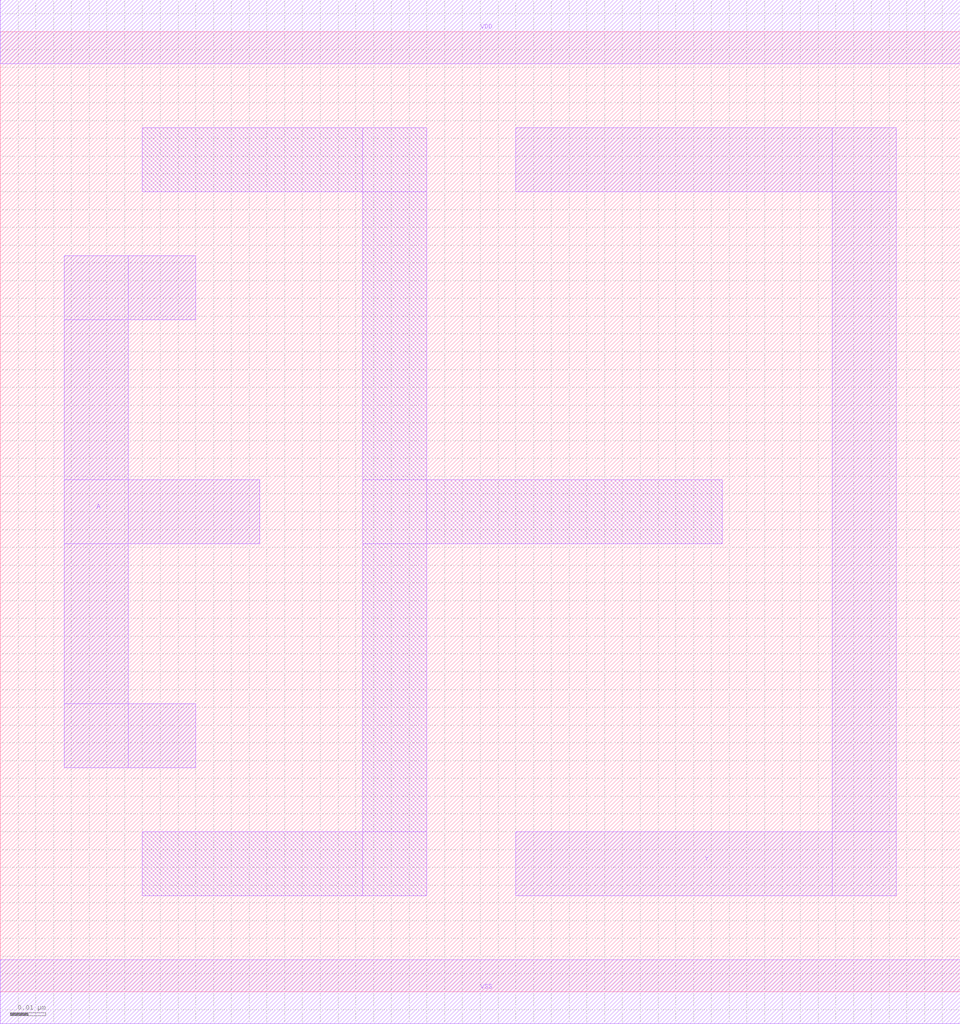
<source format=lef>
# BSD 3-Clause License
# 
# Copyright 2022 Lawrence T. Clark, Vinay Vashishtha, or Arizona State
# University
# 
# Redistribution and use in source and binary forms, with or without
# modification, are permitted provided that the following conditions are met:
# 
# 1. Redistributions of source code must retain the above copyright notice,
# this list of conditions and the following disclaimer.
# 
# 2. Redistributions in binary form must reproduce the above copyright
# notice, this list of conditions and the following disclaimer in the
# documentation and/or other materials provided with the distribution.
# 
# 3. Neither the name of the copyright holder nor the names of its
# contributors may be used to endorse or promote products derived from this
# software without specific prior written permission.
# 
# THIS SOFTWARE IS PROVIDED BY THE COPYRIGHT HOLDERS AND CONTRIBUTORS "AS IS"
# AND ANY EXPRESS OR IMPLIED WARRANTIES, INCLUDING, BUT NOT LIMITED TO, THE
# IMPLIED WARRANTIES OF MERCHANTABILITY AND FITNESS FOR A PARTICULAR PURPOSE
# ARE DISCLAIMED. IN NO EVENT SHALL THE COPYRIGHT HOLDER OR CONTRIBUTORS BE
# LIABLE FOR ANY DIRECT, INDIRECT, INCIDENTAL, SPECIAL, EXEMPLARY, OR
# CONSEQUENTIAL DAMAGES (INCLUDING, BUT NOT LIMITED TO, PROCUREMENT OF
# SUBSTITUTE GOODS OR SERVICES; LOSS OF USE, DATA, OR PROFITS; OR BUSINESS
# INTERRUPTION) HOWEVER CAUSED AND ON ANY THEORY OF LIABILITY, WHETHER IN
# CONTRACT, STRICT LIABILITY, OR TORT (INCLUDING NEGLIGENCE OR OTHERWISE)
# ARISING IN ANY WAY OUT OF THE USE OF THIS SOFTWARE, EVEN IF ADVISED OF THE
# POSSIBILITY OF SUCH DAMAGE.

VERSION 5.8 ;
BUSBITCHARS "[]" ;
DIVIDERCHAR "/" ;

SITE asap7sc7p5t
 CLASS CORE ;
 SIZE 0.054 BY 0.270 ;
 SYMMETRY Y ;
END asap7sc7p5t


MACRO BUFx2_ASAP7_75t_BB
  CLASS CORE ;
  ORIGIN 0 0 ;
  FOREIGN BUFx2_ASAP7_75t_L 0 0 ;
  SIZE 0.27 BY 0.27 ;
  SYMMETRY X Y ;
  SITE asap7sc7p5t ;
  PIN A
    DIRECTION INPUT ;
    USE SIGNAL ;
    PORT
      LAYER M1 ;
        RECT 0.018 0.126 0.073 0.144 ;
        RECT 0.018 0.189 0.055 0.207 ;
        RECT 0.018 0.063 0.055 0.081 ;
        RECT 0.018 0.063 0.036 0.207 ;
    END
  END A
  PIN VDD
    DIRECTION INOUT ;
    USE POWER ;
    SHAPE ABUTMENT ;
    PORT
      LAYER M1 ;
        RECT 0 0.261 0.27 0.279 ;
    END
  END VDD
  PIN VSS
    DIRECTION INOUT ;
    USE GROUND ;
    SHAPE ABUTMENT ;
    PORT
      LAYER M1 ;
        RECT 0 -0.009 0.27 0.009 ;
    END
  END VSS
  PIN Y
    DIRECTION OUTPUT ;
    USE SIGNAL ;
    PORT
      LAYER M1 ;
        RECT 0.145 0.225 0.252 0.243 ;
        RECT 0.234 0.027 0.252 0.243 ;
        RECT 0.145 0.027 0.252 0.045 ;
    END
  END Y
  OBS
    LAYER M1 ;
      RECT 0.04 0.225 0.12 0.243 ;
      RECT 0.102 0.027 0.12 0.243 ;
      RECT 0.102 0.126 0.203 0.144 ;
      RECT 0.04 0.027 0.12 0.045 ;
  END
END BUFx2_ASAP7_75t_BB

END LIBRARY

</source>
